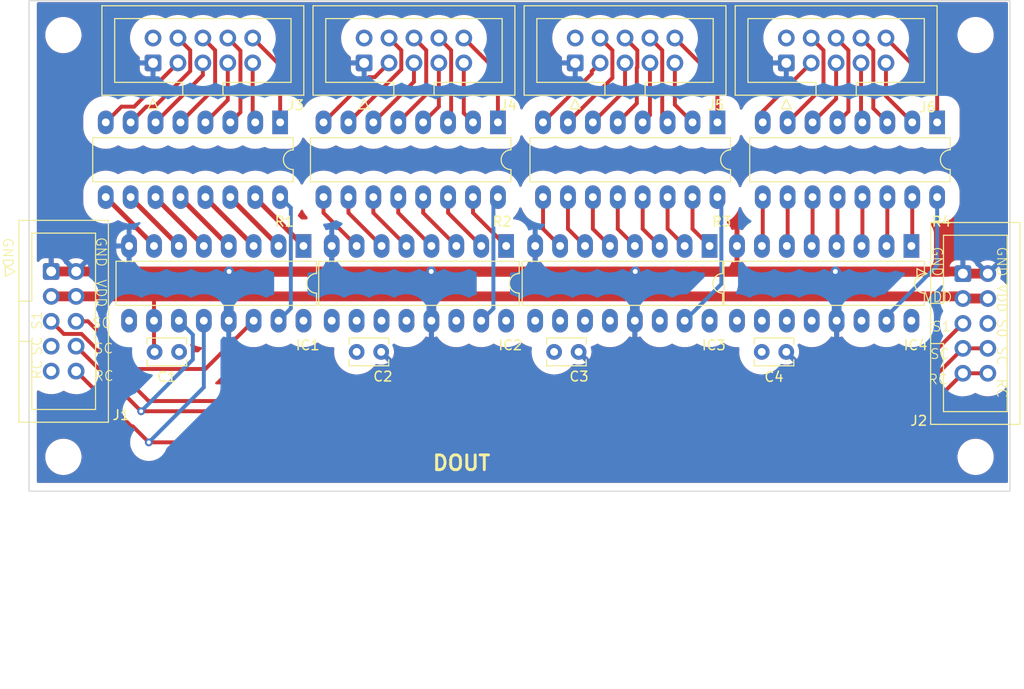
<source format=kicad_pcb>
(kicad_pcb (version 20221018) (generator pcbnew)
  (layers (0 "F.Cu" signal) (31 "B.Cu" signal) (34 "B.Paste" user) (35 "F.Paste" user) (36 "B.SilkS" user "B.Silkscreen") (37 "F.SilkS" user "F.Silkscreen") (38 "B.Mask" user) (39 "F.Mask" user) (44 "Edge.Cuts" user))
  (net 0 "")
  (net 1 "+5V")
  (net 2 "GND")
  (net 3 "Net-(IC4-QH_2)")
  (net 4 "Net-(IC1-QA)")
  (net 5 "Net-(J1-Pad5)")
  (net 6 "/S0")
  (net 8 "/DOUT_SC")
  (net 10 "/DOUT_RC")
  (net 11 "Net-(IC1-QB)")
  (net 13 "Net-(R1-R8.1)")
  (net 14 "Net-(R1-R7.1)")
  (net 15 "Net-(R1-R6.1)")
  (net 16 "Net-(R1-R5.1)")
  (net 17 "Net-(R1-R4.1)")
  (net 18 "Net-(R1-R3.1)")
  (net 19 "Net-(R1-R2.1)")
  (net 20 "Net-(R1-R1.1)")
  (net 22 "Net-(R2-R8.1)")
  (net 23 "Net-(R2-R7.1)")
  (net 24 "Net-(R2-R6.1)")
  (net 25 "Net-(R2-R5.1)")
  (net 26 "Net-(R2-R4.1)")
  (net 27 "Net-(R2-R3.1)")
  (net 28 "Net-(R2-R2.1)")
  (net 29 "Net-(R2-R1.1)")
  (net 31 "Net-(R3-R8.1)")
  (net 32 "Net-(R3-R7.1)")
  (net 33 "Net-(R3-R6.1)")
  (net 34 "Net-(R3-R5.1)")
  (net 35 "Net-(R3-R4.1)")
  (net 36 "Net-(R3-R3.1)")
  (net 37 "Net-(R3-R2.1)")
  (net 38 "Net-(R3-R1.1)")
  (net 40 "Net-(R4-R8.1)")
  (net 41 "Net-(R4-R7.1)")
  (net 42 "Net-(R4-R6.1)")
  (net 43 "Net-(R4-R5.1)")
  (net 44 "Net-(R4-R4.1)")
  (net 45 "Net-(R4-R3.1)")
  (net 46 "Net-(R4-R2.1)")
  (net 47 "Net-(R4-R1.1)")
  (net 48 "Net-(IC1-QC)")
  (net 49 "Net-(IC1-QD)")
  (net 50 "Net-(IC1-QE)")
  (net 51 "Net-(IC1-QF)")
  (net 52 "Net-(IC1-QG)")
  (net 53 "Net-(IC1-QH_1)")
  (net 54 "Net-(IC2-QA)")
  (net 55 "Net-(IC2-QB)")
  (net 56 "Net-(IC2-QC)")
  (net 57 "Net-(IC2-QD)")
  (net 58 "Net-(IC2-QE)")
  (net 59 "Net-(IC2-QF)")
  (net 60 "Net-(IC2-QG)")
  (net 61 "Net-(IC2-QH_1)")
  (net 62 "Net-(IC3-QA)")
  (net 63 "Net-(IC3-QB)")
  (net 64 "Net-(IC3-QC)")
  (net 65 "Net-(IC3-QD)")
  (net 66 "Net-(IC3-QE)")
  (net 67 "Net-(IC3-QF)")
  (net 68 "Net-(IC3-QG)")
  (net 69 "Net-(IC3-QH_1)")
  (net 70 "Net-(IC4-QA)")
  (net 71 "Net-(IC4-QB)")
  (net 72 "Net-(IC4-QC)")
  (net 73 "Net-(IC4-QD)")
  (net 74 "Net-(IC4-QE)")
  (net 75 "Net-(IC4-QF)")
  (net 76 "Net-(IC4-QG)")
  (net 77 "Net-(IC4-QH_1)")
  (net 78 "Net-(IC1-QH_2)")
  (net 79 "Net-(IC2-QH_2)")
  (net 80 "Net-(IC3-QH_2)")
  (footprint "MountingHole:MountingHole_3.2mm_M3" (layer "F.Cu") (at 143.5 86.5)
    (fp_text reference "H3" hide)
    (fp_text value "MountingHole" hide)
    (pad "" np_thru_hole circle (at 0 0) (size 3.2 3.2) (drill 3.2) (layers "*.Cu" "*.Mask"))
  )
  (footprint "Capacitor_THT:C_Disc_D3.8mm_W2.6mm_P2.50mm" (layer "F.Cu") (at 155.3 75.8 180)
    (fp_text reference "C1" (at 1.25 -2.55) (layer "F.SilkS"))
    (fp_text value "100NF")
    (pad "1" thru_hole circle (at 0 0 180) (size 1.6 1.6) (drill 0.8) (layers "*.Cu" "*.Mask") (net 2 "GND"))
    (pad "2" thru_hole circle (at 2.5 0 180) (size 1.6 1.6) (drill 0.8) (layers "*.Cu" "*.Mask") (net 1 "+5V"))
  )
  (footprint "Connector_IDC:IDC-Header_2x05_P2.54mm_Vertical" (layer "F.Cu") (at 174.16 46.34 90)
    (fp_text reference "J4" (at -4.308 14.722 180) (layer "F.SilkS"))
    (fp_text value "sin_in")
    (pad "1" thru_hole roundrect (at 0 0 90) (size 1.7 1.7) (drill 1) (layers "*.Cu" "*.Mask") (roundrect_rratio 0.147059) (net 2 "GND"))
    (pad "2" thru_hole circle (at 2.54 0 90) (size 1.7 1.7) (drill 1) (layers "*.Cu" "*.Mask"))
    (pad "3" thru_hole circle (at 0 2.54 90) (size 1.7 1.7) (drill 1) (layers "*.Cu" "*.Mask") (net 22 "Net-(R2-R8.1)"))
    (pad "4" thru_hole circle (at 2.54 2.54 90) (size 1.7 1.7) (drill 1) (layers "*.Cu" "*.Mask") (net 23 "Net-(R2-R7.1)"))
    (pad "5" thru_hole circle (at 0 5.08 90) (size 1.7 1.7) (drill 1) (layers "*.Cu" "*.Mask") (net 24 "Net-(R2-R6.1)"))
    (pad "6" thru_hole circle (at 2.54 5.08 90) (size 1.7 1.7) (drill 1) (layers "*.Cu" "*.Mask") (net 25 "Net-(R2-R5.1)"))
    (pad "7" thru_hole circle (at 0 7.62 90) (size 1.7 1.7) (drill 1) (layers "*.Cu" "*.Mask") (net 26 "Net-(R2-R4.1)"))
    (pad "8" thru_hole circle (at 2.54 7.62 90) (size 1.7 1.7) (drill 1) (layers "*.Cu" "*.Mask") (net 27 "Net-(R2-R3.1)"))
    (pad "9" thru_hole circle (at 0 10.16 90) (size 1.7 1.7) (drill 1) (layers "*.Cu" "*.Mask") (net 28 "Net-(R2-R2.1)"))
    (pad "10" thru_hole circle (at 2.54 10.16 90) (size 1.7 1.7) (drill 1) (layers "*.Cu" "*.Mask") (net 29 "Net-(R2-R1.1)"))
  )
  (footprint "MountingHole:MountingHole_3.2mm_M3" (layer "F.Cu") (at 236.5 43.5)
    (fp_text reference "H2" hide)
    (fp_text value "MountingHole" hide)
    (pad "" np_thru_hole circle (at 0 0) (size 3.2 3.2) (drill 3.2) (layers "*.Cu" "*.Mask"))
  )
  (footprint "Capacitor_THT:C_Disc_D3.8mm_W2.6mm_P2.50mm" (layer "F.Cu") (at 217.1973 75.8 180)
    (fp_text reference "C4" (at 1.25 -2.55) (layer "F.SilkS"))
    (fp_text value "100NF")
    (pad "1" thru_hole circle (at 0 0 180) (size 1.6 1.6) (drill 0.8) (layers "*.Cu" "*.Mask") (net 2 "GND"))
    (pad "2" thru_hole circle (at 2.5 0 180) (size 1.6 1.6) (drill 0.8) (layers "*.Cu" "*.Mask") (net 1 "+5V"))
  )
  (footprint "ksir 2022:DIP-16_W7.62mm_LongPads" (layer "F.Cu") (at 232.58 52.4 -90)
    (fp_text reference "R4" (at 10.12 -0.43) (layer "F.SilkS"))
    (fp_text value "220 ohm")
    (pad "1" thru_hole rect (at 0 0 270) (size 2.4 1.6) (drill 0.8) (layers "*.Cu" "*.Mask") (net 47 "Net-(R4-R1.1)"))
    (pad "2" thru_hole oval (at 0 2.54 270) (size 2.4 1.6) (drill 0.8) (layers "*.Cu" "*.Mask") (net 46 "Net-(R4-R2.1)"))
    (pad "3" thru_hole oval (at 0 5.08 270) (size 2.4 1.6) (drill 0.8) (layers "*.Cu" "*.Mask") (net 45 "Net-(R4-R3.1)"))
    (pad "4" thru_hole oval (at 0 7.62 270) (size 2.4 1.6) (drill 0.8) (layers "*.Cu" "*.Mask") (net 44 "Net-(R4-R4.1)"))
    (pad "5" thru_hole oval (at 0 10.16 270) (size 2.4 1.6) (drill 0.8) (layers "*.Cu" "*.Mask") (net 43 "Net-(R4-R5.1)"))
    (pad "6" thru_hole oval (at 0 12.7 270) (size 2.4 1.6) (drill 0.8) (layers "*.Cu" "*.Mask") (net 42 "Net-(R4-R6.1)"))
    (pad "7" thru_hole oval (at 0 15.24 270) (size 2.4 1.6) (drill 0.8) (layers "*.Cu" "*.Mask") (net 41 "Net-(R4-R7.1)"))
    (pad "8" thru_hole oval (at 0 17.78 270) (size 2.4 1.6) (drill 0.8) (layers "*.Cu" "*.Mask") (net 40 "Net-(R4-R8.1)"))
    (pad "9" thru_hole oval (at 7.62 17.78 270) (size 2.4 1.6) (drill 0.8) (layers "*.Cu" "*.Mask") (net 77 "Net-(IC4-QH_1)"))
    (pad "10" thru_hole oval (at 7.62 15.24 270) (size 2.4 1.6) (drill 0.8) (layers "*.Cu" "*.Mask") (net 76 "Net-(IC4-QG)"))
    (pad "11" thru_hole oval (at 7.62 12.7 270) (size 2.4 1.6) (drill 0.8) (layers "*.Cu" "*.Mask") (net 75 "Net-(IC4-QF)"))
    (pad "12" thru_hole oval (at 7.62 10.16 270) (size 2.4 1.6) (drill 0.8) (layers "*.Cu" "*.Mask") (net 74 "Net-(IC4-QE)"))
    (pad "13" thru_hole oval (at 7.62 7.62 270) (size 2.4 1.6) (drill 0.8) (layers "*.Cu" "*.Mask") (net 73 "Net-(IC4-QD)"))
    (pad "14" thru_hole oval (at 7.62 5.08 270) (size 2.4 1.6) (drill 0.8) (layers "*.Cu" "*.Mask") (net 72 "Net-(IC4-QC)"))
    (pad "15" thru_hole oval (at 7.62 2.54 270) (size 2.4 1.6) (drill 0.8) (layers "*.Cu" "*.Mask") (net 71 "Net-(IC4-QB)"))
    (pad "16" thru_hole oval (at 7.62 0 270) (size 2.4 1.6) (drill 0.8) (layers "*.Cu" "*.Mask") (net 70 "Net-(IC4-QA)"))
  )
  (footprint "Connector_IDC:IDC-Header_2x05_P2.54mm_Vertical" (layer "F.Cu") (at 152.64 46.34 90)
    (fp_text reference "J3" (at -4.308 14.538 180) (layer "F.SilkS"))
    (fp_text value "sin_in")
    (pad "1" thru_hole roundrect (at 0 0 90) (size 1.7 1.7) (drill 1) (layers "*.Cu" "*.Mask") (roundrect_rratio 0.147059) (net 2 "GND"))
    (pad "2" thru_hole circle (at 2.54 0 90) (size 1.7 1.7) (drill 1) (layers "*.Cu" "*.Mask"))
    (pad "3" thru_hole circle (at 0 2.54 90) (size 1.7 1.7) (drill 1) (layers "*.Cu" "*.Mask") (net 13 "Net-(R1-R8.1)"))
    (pad "4" thru_hole circle (at 2.54 2.54 90) (size 1.7 1.7) (drill 1) (layers "*.Cu" "*.Mask") (net 14 "Net-(R1-R7.1)"))
    (pad "5" thru_hole circle (at 0 5.08 90) (size 1.7 1.7) (drill 1) (layers "*.Cu" "*.Mask") (net 15 "Net-(R1-R6.1)"))
    (pad "6" thru_hole circle (at 2.54 5.08 90) (size 1.7 1.7) (drill 1) (layers "*.Cu" "*.Mask") (net 16 "Net-(R1-R5.1)"))
    (pad "7" thru_hole circle (at 0 7.62 90) (size 1.7 1.7) (drill 1) (layers "*.Cu" "*.Mask") (net 17 "Net-(R1-R4.1)"))
    (pad "8" thru_hole circle (at 2.54 7.62 90) (size 1.7 1.7) (drill 1) (layers "*.Cu" "*.Mask") (net 18 "Net-(R1-R3.1)"))
    (pad "9" thru_hole circle (at 0 10.16 90) (size 1.7 1.7) (drill 1) (layers "*.Cu" "*.Mask") (net 19 "Net-(R1-R2.1)"))
    (pad "10" thru_hole circle (at 2.54 10.16 90) (size 1.7 1.7) (drill 1) (layers "*.Cu" "*.Mask") (net 20 "Net-(R1-R1.1)"))
  )
  (footprint "ksir 2022:DIP-16_74h595" (layer "F.Cu") (at 229.954 65 -90)
    (fp_text reference "IC4" (at 10.12 -0.43) (layer "F.SilkS"))
    (fp_text value "SN74HC595N")
    (pad "1" thru_hole rect (at 0 0 270) (size 2.4 1.6) (drill 0.8) (layers "*.Cu" "*.Mask") (net 71 "Net-(IC4-QB)"))
    (pad "2" thru_hole oval (at 0 2.54 270) (size 2.4 1.6) (drill 0.8) (layers "*.Cu" "*.Mask") (net 72 "Net-(IC4-QC)"))
    (pad "3" thru_hole oval (at 0 5.08 270) (size 2.4 1.6) (drill 0.8) (layers "*.Cu" "*.Mask") (net 73 "Net-(IC4-QD)"))
    (pad "4" thru_hole oval (at 0 7.62 270) (size 2.4 1.6) (drill 0.8) (layers "*.Cu" "*.Mask") (net 74 "Net-(IC4-QE)"))
    (pad "5" thru_hole oval (at 0 10.16 270) (size 2.4 1.6) (drill 0.8) (layers "*.Cu" "*.Mask") (net 75 "Net-(IC4-QF)"))
    (pad "6" thru_hole oval (at 0 12.7 270) (size 2.4 1.6) (drill 0.8) (layers "*.Cu" "*.Mask") (net 76 "Net-(IC4-QG)"))
    (pad "7" thru_hole oval (at 0 15.24 270) (size 2.4 1.6) (drill 0.8) (layers "*.Cu" "*.Mask") (net 77 "Net-(IC4-QH_1)"))
    (pad "8" thru_hole oval (at 0 17.78 270) (size 2.4 1.6) (drill 0.8) (layers "*.Cu" "*.Mask") (net 2 "GND"))
    (pad "9" thru_hole oval (at 7.62 17.78 270) (size 2.4 1.6) (drill 0.8) (layers "*.Cu" "*.Mask") (net 3 "Net-(IC4-QH_2)"))
    (pad "10" thru_hole oval (at 7.62 15.24 270) (size 2.4 1.6) (drill 0.8) (layers "*.Cu" "*.Mask") (net 1 "+5V"))
    (pad "11" thru_hole oval (at 7.62 12.7 270) (size 2.4 1.6) (drill 0.8) (layers "*.Cu" "*.Mask") (net 8 "/DOUT_SC"))
    (pad "12" thru_hole oval (at 7.62 10.16 270) (size 2.4 1.6) (drill 0.8) (layers "*.Cu" "*.Mask") (net 10 "/DOUT_RC"))
    (pad "13" thru_hole oval (at 7.62 7.62 270) (size 2.4 1.6) (drill 0.8) (layers "*.Cu" "*.Mask") (net 2 "GND"))
    (pad "14" thru_hole oval (at 7.62 5.08 270) (size 2.4 1.6) (drill 0.8) (layers "*.Cu" "*.Mask") (net 80 "Net-(IC3-QH_2)"))
    (pad "15" thru_hole oval (at 7.62 2.54 270) (size 2.4 1.6) (drill 0.8) (layers "*.Cu" "*.Mask") (net 70 "Net-(IC4-QA)"))
    (pad "16" thru_hole oval (at 7.62 0 270) (size 2.4 1.6) (drill 0.8) (layers "*.Cu" "*.Mask") (net 1 "+5V"))
  )
  (footprint "ksir 2022:DIP-16_74h595" (layer "F.Cu") (at 167.978 65 -90)
    (fp_text reference "IC1" (at 10.12 -0.43) (layer "F.SilkS"))
    (fp_text value "SN74HC595N")
    (pad "1" thru_hole rect (at 0 0 270) (size 2.4 1.6) (drill 0.8) (layers "*.Cu" "*.Mask") (net 11 "Net-(IC1-QB)"))
    (pad "2" thru_hole oval (at 0 2.54 270) (size 2.4 1.6) (drill 0.8) (layers "*.Cu" "*.Mask") (net 48 "Net-(IC1-QC)"))
    (pad "3" thru_hole oval (at 0 5.08 270) (size 2.4 1.6) (drill 0.8) (layers "*.Cu" "*.Mask") (net 49 "Net-(IC1-QD)"))
    (pad "4" thru_hole oval (at 0 7.62 270) (size 2.4 1.6) (drill 0.8) (layers "*.Cu" "*.Mask") (net 50 "Net-(IC1-QE)"))
    (pad "5" thru_hole oval (at 0 10.16 270) (size 2.4 1.6) (drill 0.8) (layers "*.Cu" "*.Mask") (net 51 "Net-(IC1-QF)"))
    (pad "6" thru_hole oval (at 0 12.7 270) (size 2.4 1.6) (drill 0.8) (layers "*.Cu" "*.Mask") (net 52 "Net-(IC1-QG)"))
    (pad "7" thru_hole oval (at 0 15.24 270) (size 2.4 1.6) (drill 0.8) (layers "*.Cu" "*.Mask") (net 53 "Net-(IC1-QH_1)"))
    (pad "8" thru_hole oval (at 0 17.78 270) (size 2.4 1.6) (drill 0.8) (layers "*.Cu" "*.Mask") (net 2 "GND"))
    (pad "9" thru_hole oval (at 7.62 17.78 270) (size 2.4 1.6) (drill 0.8) (layers "*.Cu" "*.Mask") (net 78 "Net-(IC1-QH_2)"))
    (pad "10" thru_hole oval (at 7.62 15.24 270) (size 2.4 1.6) (drill 0.8) (layers "*.Cu" "*.Mask") (net 1 "+5V"))
    (pad "11" thru_hole oval (at 7.62 12.7 270) (size 2.4 1.6) (drill 0.8) (layers "*.Cu" "*.Mask") (net 8 "/DOUT_SC"))
    (pad "12" thru_hole oval (at 7.62 10.16 270) (size 2.4 1.6) (drill 0.8) (layers "*.Cu" "*.Mask") (net 10 "/DOUT_RC"))
    (pad "13" thru_hole oval (at 7.62 7.62 270) (size 2.4 1.6) (drill 0.8) (layers "*.Cu" "*.Mask") (net 2 "GND"))
    (pad "14" thru_hole oval (at 7.62 5.08 270) (size 2.4 1.6) (drill 0.8) (layers "*.Cu" "*.Mask") (net 6 "/S0"))
    (pad "15" thru_hole oval (at 7.62 2.54 270) (size 2.4 1.6) (drill 0.8) (layers "*.Cu" "*.Mask") (net 4 "Net-(IC1-QA)"))
    (pad "16" thru_hole oval (at 7.62 0 270) (size 2.4 1.6) (drill 0.8) (layers "*.Cu" "*.Mask") (net 1 "+5V"))
  )
  (footprint "Capacitor_THT:C_Disc_D3.8mm_W2.6mm_P2.50mm" (layer "F.Cu") (at 196.0307 75.8 180)
    (fp_text reference "C3" (at -0.0413 -2.508 180) (layer "F.SilkS"))
    (fp_text value "100NF")
    (pad "1" thru_hole circle (at 0 0 180) (size 1.6 1.6) (drill 0.8) (layers "*.Cu" "*.Mask") (net 2 "GND"))
    (pad "2" thru_hole circle (at 2.5 0 180) (size 1.6 1.6) (drill 0.8) (layers "*.Cu" "*.Mask") (net 1 "+5V"))
  )
  (footprint "ksir 2022:DIP-16_W7.62mm_LongPads" (layer "F.Cu") (at 187.8 52.4 -90)
    (fp_text reference "R2" (at 10.12 -0.43) (layer "F.SilkS"))
    (fp_text value "220 ohm")
    (pad "1" thru_hole rect (at 0 0 270) (size 2.4 1.6) (drill 0.8) (layers "*.Cu" "*.Mask") (net 29 "Net-(R2-R1.1)"))
    (pad "2" thru_hole oval (at 0 2.54 270) (size 2.4 1.6) (drill 0.8) (layers "*.Cu" "*.Mask") (net 28 "Net-(R2-R2.1)"))
    (pad "3" thru_hole oval (at 0 5.08 270) (size 2.4 1.6) (drill 0.8) (layers "*.Cu" "*.Mask") (net 27 "Net-(R2-R3.1)"))
    (pad "4" thru_hole oval (at 0 7.62 270) (size 2.4 1.6) (drill 0.8) (layers "*.Cu" "*.Mask") (net 26 "Net-(R2-R4.1)"))
    (pad "5" thru_hole oval (at 0 10.16 270) (size 2.4 1.6) (drill 0.8) (layers "*.Cu" "*.Mask") (net 25 "Net-(R2-R5.1)"))
    (pad "6" thru_hole oval (at 0 12.7 270) (size 2.4 1.6) (drill 0.8) (layers "*.Cu" "*.Mask") (net 24 "Net-(R2-R6.1)"))
    (pad "7" thru_hole oval (at 0 15.24 270) (size 2.4 1.6) (drill 0.8) (layers "*.Cu" "*.Mask") (net 23 "Net-(R2-R7.1)"))
    (pad "8" thru_hole oval (at 0 17.78 270) (size 2.4 1.6) (drill 0.8) (layers "*.Cu" "*.Mask") (net 22 "Net-(R2-R8.1)"))
    (pad "9" thru_hole oval (at 7.62 17.78 270) (size 2.4 1.6) (drill 0.8) (layers "*.Cu" "*.Mask") (net 61 "Net-(IC2-QH_1)"))
    (pad "10" thru_hole oval (at 7.62 15.24 270) (size 2.4 1.6) (drill 0.8) (layers "*.Cu" "*.Mask") (net 60 "Net-(IC2-QG)"))
    (pad "11" thru_hole oval (at 7.62 12.7 270) (size 2.4 1.6) (drill 0.8) (layers "*.Cu" "*.Mask") (net 59 "Net-(IC2-QF)"))
    (pad "12" thru_hole oval (at 7.62 10.16 270) (size 2.4 1.6) (drill 0.8) (layers "*.Cu" "*.Mask") (net 58 "Net-(IC2-QE)"))
    (pad "13" thru_hole oval (at 7.62 7.62 270) (size 2.4 1.6) (drill 0.8) (layers "*.Cu" "*.Mask") (net 57 "Net-(IC2-QD)"))
    (pad "14" thru_hole oval (at 7.62 5.08 270) (size 2.4 1.6) (drill 0.8) (layers "*.Cu" "*.Mask") (net 56 "Net-(IC2-QC)"))
    (pad "15" thru_hole oval (at 7.62 2.54 270) (size 2.4 1.6) (drill 0.8) (layers "*.Cu" "*.Mask") (net 55 "Net-(IC2-QB)"))
    (pad "16" thru_hole oval (at 7.62 0 270) (size 2.4 1.6) (drill 0.8) (layers "*.Cu" "*.Mask") (net 54 "Net-(IC2-QA)"))
  )
  (footprint "ksir 2022:DIP-16_W7.62mm_LongPads" (layer "F.Cu") (at 210.18 52.4 -90)
    (fp_text reference "R3" (at 10.12 -0.43) (layer "F.SilkS"))
    (fp_text value "220 ohm")
    (pad "1" thru_hole rect (at 0 0 270) (size 2.4 1.6) (drill 0.8) (layers "*.Cu" "*.Mask") (net 38 "Net-(R3-R1.1)"))
    (pad "2" thru_hole oval (at 0 2.54 270) (size 2.4 1.6) (drill 0.8) (layers "*.Cu" "*.Mask") (net 37 "Net-(R3-R2.1)"))
    (pad "3" thru_hole oval (at 0 5.08 270) (size 2.4 1.6) (drill 0.8) (layers "*.Cu" "*.Mask") (net 36 "Net-(R3-R3.1)"))
    (pad "4" thru_hole oval (at 0 7.62 270) (size 2.4 1.6) (drill 0.8) (layers "*.Cu" "*.Mask") (net 35 "Net-(R3-R4.1)"))
    (pad "5" thru_hole oval (at 0 10.16 270) (size 2.4 1.6) (drill 0.8) (layers "*.Cu" "*.Mask") (net 34 "Net-(R3-R5.1)"))
    (pad "6" thru_hole oval (at 0 12.7 270) (size 2.4 1.6) (drill 0.8) (layers "*.Cu" "*.Mask") (net 33 "Net-(R3-R6.1)"))
    (pad "7" thru_hole oval (at 0 15.24 270) (size 2.4 1.6) (drill 0.8) (layers "*.Cu" "*.Mask") (net 32 "Net-(R3-R7.1)"))
    (pad "8" thru_hole oval (at 0 17.78 270) (size 2.4 1.6) (drill 0.8) (layers "*.Cu" "*.Mask") (net 31 "Net-(R3-R8.1)"))
    (pad "9" thru_hole oval (at 7.62 17.78 270) (size 2.4 1.6) (drill 0.8) (layers "*.Cu" "*.Mask") (net 69 "Net-(IC3-QH_1)"))
    (pad "10" thru_hole oval (at 7.62 15.24 270) (size 2.4 1.6) (drill 0.8) (layers "*.Cu" "*.Mask") (net 68 "Net-(IC3-QG)"))
    (pad "11" thru_hole oval (at 7.62 12.7 270) (size 2.4 1.6) (drill 0.8) (layers "*.Cu" "*.Mask") (net 67 "Net-(IC3-QF)"))
    (pad "12" thru_hole oval (at 7.62 10.16 270) (size 2.4 1.6) (drill 0.8) (layers "*.Cu" "*.Mask") (net 66 "Net-(IC3-QE)"))
    (pad "13" thru_hole oval (at 7.62 7.62 270) (size 2.4 1.6) (drill 0.8) (layers "*.Cu" "*.Mask") (net 65 "Net-(IC3-QD)"))
    (pad "14" thru_hole oval (at 7.62 5.08 270) (size 2.4 1.6) (drill 0.8) (layers "*.Cu" "*.Mask") (net 64 "Net-(IC3-QC)"))
    (pad "15" thru_hole oval (at 7.62 2.54 270) (size 2.4 1.6) (drill 0.8) (layers "*.Cu" "*.Mask") (net 63 "Net-(IC3-QB)"))
    (pad "16" thru_hole oval (at 7.62 0 270) (size 2.4 1.6) (drill 0.8) (layers "*.Cu" "*.Mask") (net 62 "Net-(IC3-QA)"))
  )
  (footprint "Connector_IDC:IDC-Header_2x05_P2.54mm_Vertical" (layer "F.Cu") (at 195.68 46.34 90)
    (fp_text reference "J5" (at -4.308 14.352 180) (layer "F.SilkS"))
    (fp_text value "sin_in")
    (pad "1" thru_hole roundrect (at 0 0 90) (size 1.7 1.7) (drill 1) (layers "*.Cu" "*.Mask") (roundrect_rratio 0.147059) (net 2 "GND"))
    (pad "2" thru_hole circle (at 2.54 0 90) (size 1.7 1.7) (drill 1) (layers "*.Cu" "*.Mask"))
    (pad "3" thru_hole circle (at 0 2.54 90) (size 1.7 1.7) (drill 1) (layers "*.Cu" "*.Mask") (net 31 "Net-(R3-R8.1)"))
    (pad "4" thru_hole circle (at 2.54 2.54 90) (size 1.7 1.7) (drill 1) (layers "*.Cu" "*.Mask") (net 32 "Net-(R3-R7.1)"))
    (pad "5" thru_hole circle (at 0 5.08 90) (size 1.7 1.7) (drill 1) (layers "*.Cu" "*.Mask") (net 33 "Net-(R3-R6.1)"))
    (pad "6" thru_hole circle (at 2.54 5.08 90) (size 1.7 1.7) (drill 1) (layers "*.Cu" "*.Mask") (net 34 "Net-(R3-R5.1)"))
    (pad "7" thru_hole circle (at 0 7.62 90) (size 1.7 1.7) (drill 1) (layers "*.Cu" "*.Mask") (net 35 "Net-(R3-R4.1)"))
    (pad "8" thru_hole circle (at 2.54 7.62 90) (size 1.7 1.7) (drill 1) (layers "*.Cu" "*.Mask") (net 36 "Net-(R3-R3.1)"))
    (pad "9" thru_hole circle (at 0 10.16 90) (size 1.7 1.7) (drill 1) (layers "*.Cu" "*.Mask") (net 37 "Net-(R3-R2.1)"))
    (pad "10" thru_hole circle (at 2.54 10.16 90) (size 1.7 1.7) (drill 1) (layers "*.Cu" "*.Mask") (net 38 "Net-(R3-R1.1)"))
  )
  (footprint "MountingHole:MountingHole_3.2mm_M3" (layer "F.Cu") (at 143.5 43.5)
    (fp_text reference "H1" hide)
    (fp_text value "MountingHole" hide)
    (pad "" np_thru_hole circle (at 0 0) (size 3.2 3.2) (drill 3.2) (layers "*.Cu" "*.Mask"))
  )
  (footprint "lib 2022 ksir:IDC-Header_2x05_P2.54mm_Vertical_ksr_TO_J8_J9" (layer "F.Cu") (at 235.204 67.818)
    (fp_text reference "J2" (at -4.5 15) (layer "F.SilkS"))
    (fp_text value "sin_in")
    (fp_text user "GND" (at 3.396 -2.818 -90 unlocked) (layer "F.SilkS") (effects (font (thickness 0.1)) (justify left bottom)))
    (fp_text user "SC" (at 3.396 7.33 -90 unlocked) (layer "F.SilkS") (effects (font (thickness 0.1)) (justify left bottom)))
    (fp_text user "VDD" (at 3.396 1.03 -90 unlocked) (layer "F.SilkS") (effects (font (thickness 0.1)) (justify left bottom)))
    (fp_text user "S1" (at -3.204 5.982 unlocked) (layer "F.SilkS") (effects (font (thickness 0.1)) (justify left bottom)))
    (fp_text user "GND" (at -3.204 -2.818 -90 unlocked) (layer "F.SilkS") (effects (font (thickness 0.1)) (justify left bottom)))
    (fp_text user "S0" (at 3.396 4.548 -90 unlocked) (layer "F.SilkS") (effects (font (thickness 0.1)) (justify left bottom)))
    (fp_text user "VDD" (at -4.004 2.982 unlocked) (layer "F.SilkS") (effects (font (thickness 0.1)) (justify left bottom)))
    (fp_text user "SC" (at -3.404 8.782 unlocked) (layer "F.SilkS") (effects (font (thickness 0.1)) (justify left bottom)))
    (fp_text user "RC" (at -3.604 11.382 unlocked) (layer "F.SilkS") (effects (font (thickness 0.1)) (justify left bottom)))
    (fp_text user "RC" (at 3.396 10.63 -90 unlocked) (layer "F.SilkS") (effects (font (thickness 0.1)) (justify left bottom)))
    (pad "1" thru_hole roundrect (at 0 0) (size 1.7 1.7) (drill 1) (layers "*.Cu" "*.Mask") (roundrect_rratio 0.1470588235) (net 2 "GND"))
    (pad "2" thru_hole circle (at 2.54 0) (size 1.7 1.7) (drill 1) (layers "*.Cu" "*.Mask") (net 2 "GND"))
    (pad "3" thru_hole circle (at 0 2.54) (size 1.7 1.7) (drill 1) (layers "*.Cu" "*.Mask") (net 1 "+5V"))
    (pad "4" thru_hole circle (at 2.54 2.54) (size 1.7 1.7) (drill 1) (layers "*.Cu" "*.Mask") (net 1 "+5V"))
    (pad "5" thru_hole circle (at 0 5.08) (size 1.7 1.7) (drill 1) (layers "*.Cu" "*.Mask") (net 5 "Net-(J1-Pad5)"))
    (pad "6" thru_hole circle (at 2.54 5.08) (size 1.7 1.7) (drill 1) (layers "*.Cu" "*.Mask") (net 3 "Net-(IC4-QH_2)"))
    (pad "7" thru_hole circle (at 0 7.62) (size 1.7 1.7) (drill 1) (layers "*.Cu" "*.Mask") (net 8 "/DOUT_SC"))
    (pad "8" thru_hole circle (at 2.54 7.62) (size 1.7 1.7) (drill 1) (layers "*.Cu" "*.Mask") (net 8 "/DOUT_SC"))
    (pad "9" thru_hole circle (at 0 10.16) (size 1.7 1.7) (drill 1) (layers "*.Cu" "*.Mask") (net 10 "/DOUT_RC"))
    (pad "10" thru_hole circle (at 2.54 10.16) (size 1.7 1.7) (drill 1) (layers "*.Cu" "*.Mask") (net 10 "/DOUT_RC"))
  )
  (footprint "ksir 2022:DIP-16_74h595" (layer "F.Cu") (at 209.38 65 -90)
    (fp_text reference "IC3" (at 10.12 -0.43) (layer "F.SilkS"))
    (fp_text value "SN74HC595N")
    (pad "1" thru_hole rect (at 0 0 270) (size 2.4 1.6) (drill 0.8) (layers "*.Cu" "*.Mask") (net 63 "Net-(IC3-QB)"))
    (pad "2" thru_hole oval (at 0 2.54 270) (size 2.4 1.6) (drill 0.8) (layers "*.Cu" "*.Mask") (net 64 "Net-(IC3-QC)"))
    (pad "3" thru_hole oval (at 0 5.08 270) (size 2.4 1.6) (drill 0.8) (layers "*.Cu" "*.Mask") (net 65 "Net-(IC3-QD)"))
    (pad "4" thru_hole oval (at 0 7.62 270) (size 2.4 1.6) (drill 0.8) (layers "*.Cu" "*.Mask") (net 66 "Net-(IC3-QE)"))
    (pad "5" thru_hole oval (at 0 10.16 270) (size 2.4 1.6) (drill 0.8) (layers "*.Cu" "*.Mask") (net 67 "Net-(IC3-QF)"))
    (pad "6" thru_hole oval (at 0 12.7 270) (size 2.4 1.6) (drill 0.8) (layers "*.Cu" "*.Mask") (net 68 "Net-(IC3-QG)"))
    (pad "7" thru_hole oval (at 0 15.24 270) (size 2.4 1.6) (drill 0.8) (layers "*.Cu" "*.Mask") (net 69 "Net-(IC3-QH_1)"))
    (pad "8" thru_hole oval (at 0 17.78 270) (size 2.4 1.6) (drill 0.8) (layers "*.Cu" "*.Mask") (net 2 "GND"))
    (pad "9" thru_hole oval (at 7.62 17.78 270) (size 2.4 1.6) (drill 0.8) (layers "*.Cu" "*.Mask") (net 80 "Net-(IC3-QH_2)"))
    (pad "10" thru_hole oval (at 7.62 15.24 270) (size 2.4 1.6) (drill 0.8) (layers "*.Cu" "*.Mask") (net 1 "+5V"))
    (pad "11" thru_hole oval (at 7.62 12.7 270) (size 2.4 1.6) (drill 0.8) (layers "*.Cu" "*.Mask") (net 8 "/DOUT_SC"))
    (pad "12" thru_hole oval (at 7.62 10.16 270) (size 2.4 1.6) (drill 0.8) (layers "*.Cu" "*.Mask") (net 10 "/DOUT_RC"))
    (pad "13" thru_hole oval (at 7.62 7.62 270) (size 2.4 1.6) (drill 0.8) (layers "*.Cu" "*.Mask") (net 2 "GND"))
    (pad "14" thru_hole oval (at 7.62 5.08 270) (size 2.4 1.6) (drill 0.8) (layers "*.Cu" "*.Mask") (net 79 "Net-(IC2-QH_2)"))
    (pad "15" thru_hole oval (at 7.62 2.54 270) (size 2.4 1.6) (drill 0.8) (layers "*.Cu" "*.Mask") (net 62 "Net-(IC3-QA)"))
    (pad "16" thru_hole oval (at 7.62 0 270) (size 2.4 1.6) (drill 0.8) (layers "*.Cu" "*.Mask") (net 1 "+5V"))
  )
  (footprint "MountingHole:MountingHole_3.2mm_M3" (layer "F.Cu") (at 236.5 86.5)
    (fp_text reference "H4" hide)
    (fp_text value "MountingHole" hide)
    (pad "" np_thru_hole circle (at 0 0) (size 3.2 3.2) (drill 3.2) (layers "*.Cu" "*.Mask"))
  )
  (footprint "Capacitor_THT:C_Disc_D3.8mm_W2.6mm_P2.50mm" (layer "F.Cu") (at 175.9 75.8 180)
    (fp_text reference "C2" (at -0.172 -2.508 180) (layer "F.SilkS"))
    (fp_text value "100NF")
    (pad "1" thru_hole circle (at 0 0 180) (size 1.6 1.6) (drill 0.8) (layers "*.Cu" "*.Mask") (net 2 "GND"))
    (pad "2" thru_hole circle (at 2.5 0 180) (size 1.6 1.6) (drill 0.8) (layers "*.Cu" "*.Mask") (net 1 "+5V"))
  )
  (footprint "lib 2022 ksir:IDC-Header_2x05_P2.54mm_Vertical_ksr_TO_J8_J9" (layer "F.Cu") (at 142.26 67.6)
    (fp_text reference "J1" (at 7.106 14.636) (layer "F.SilkS"))
    (fp_text value "sin_in")
    (fp_text user "GND" (at -5 -3.5 -90 unlocked) (layer "F.SilkS") (effects (font (thickness 0.1)) (justify left bottom)))
    (fp_text user "RC" (at 4.306 11.236 unlocked) (layer "F.SilkS") (effects (font (thickness 0.1)) (justify left bottom)))
    (fp_text user "S1" (at -0.86 6 90 unlocked) (layer "F.SilkS") (effects (font (thickness 0.1)) (justify left bottom)))
    (fp_text user "VDD" (at 4.506 0.724 -90 unlocked) (layer "F.SilkS") (effects (font (thickness 0.1)) (justify left bottom)))
    (fp_text user "SC" (at -0.86 8.636 90 unlocked) (layer "F.SilkS") (effects (font (thickness 0.1)) (justify left bottom)))
    (fp_text user "S0" (at 4.106 5.836 unlocked) (layer "F.SilkS") (effects (font (thickness 0.1)) (justify left bottom)))
    (fp_text user "GND" (at 4.506 -3.576 -90 unlocked) (layer "F.SilkS") (effects (font (thickness 0.1)) (justify left bottom)))
    (fp_text user "RC" (at -0.86 11.074 90 unlocked) (layer "F.SilkS") (effects (font (thickness 0.1)) (justify left bottom)))
    (fp_text user "SC" (at 4.306 8.436 unlocked) (layer "F.SilkS") (effects (font (thickness 0.1)) (justify left bottom)))
    (pad "1" thru_hole roundrect (at 0 0) (size 1.7 1.7) (drill 1) (layers "*.Cu" "*.Mask") (roundrect_rratio 0.1470588235) (net 2 "GND"))
    (pad "2" thru_hole circle (at 2.54 0) (size 1.7 1.7) (drill 1) (layers "*.Cu" "*.Mask") (net 2 "GND"))
    (pad "3" thru_hole circle (at 0 2.54) (size 1.7 1.7) (drill 1) (layers "*.Cu" "*.Mask") (net 1 "+5V"))
    (pad "4" thru_hole circle (at 2.54 2.54) (size 1.7 1.7) (drill 1) (layers "*.Cu" "*.Mask") (net 1 "+5V"))
    (pad "5" thru_hole circle (at 0 5.08) (size 1.7 1.7) (drill 1) (layers "*.Cu" "*.Mask") (net 5 "Net-(J1-Pad5)"))
    (pad "6" thru_hole circle (at 2.54 5.08) (size 1.7 1.7) (drill 1) (layers "*.Cu" "*.Mask") (net 6 "/S0"))
    (pad "7" thru_hole circle (at 0 7.62) (size 1.7 1.7) (drill 1) (layers "*.Cu" "*.Mask"))
    (pad "8" thru_hole circle (at 2.54 7.62) (size 1.7 1.7) (drill 1) (layers "*.Cu" "*.Mask") (net 8 "/DOUT_SC"))
    (pad "9" thru_hole circle (at 0 10.16) (size 1.7 1.7) (drill 1) (layers "*.Cu" "*.Mask"))
    (pad "10" thru_hole circle (at 2.54 10.16) (size 1.7 1.7) (drill 1) (layers "*.Cu" "*.Mask") (net 10 "/DOUT_RC"))
  )
  (footprint "ksir 2022:DIP-16_74h595" (layer "F.Cu") (at 188.639 65 -90)
    (fp_text reference "IC2" (at 10.12 -0.43) (layer "F.SilkS"))
    (fp_text value "SN74HC595N")
    (pad "1" thru_hole rect (at 0 0 270) (size 2.4 1.6) (drill 0.8) (layers "*.Cu" "*.Mask") (net 55 "Net-(IC2-QB)"))
    (pad "2" thru_hole oval (at 0 2.54 270) (size 2.4 1.6) (drill 0.8) (layers "*.Cu" "*.Mask") (net 56 "Net-(IC2-QC)"))
    (pad "3" thru_hole oval (at 0 5.08 270) (size 2.4 1.6) (drill 0.8) (layers "*.Cu" "*.Mask") (net 57 "Net-(IC2-QD)"))
    (pad "4" thru_hole oval (at 0 7.62 270) (size 2.4 1.6) (drill 0.8) (layers "*.Cu" "*.Mask") (net 58 "Net-(IC2-QE)"))
    (pad "5" thru_hole oval (at 0 10.16 270) (size 2.4 1.6) (drill 0.8) (layers "*.Cu" "*.Mask") (net 59 "Net-(IC2-QF)"))
    (pad "6" thru_hole oval (at 0 12.7 270) (size 2.4 1.6) (drill 0.8) (layers "*.Cu" "*.Mask") (net 60 "Net-(IC2-QG)"))
    (pad "7" thru_hole oval (at 0 15.24 270) (size 2.4 1.6) (drill 0.8) (layers "*.Cu" "*.Mask") (net 61 "Net-(IC2-QH_1)"))
    (pad "8" thru_hole oval (at 0 17.78 270) (size 2.4 1.6) (drill 0.8) (layers "*.Cu" "*.Mask") (net 2 "GND"))
    (pad "9" thru_hole oval (at 7.62 17.78 270) (size 2.4 1.6) (drill 0.8) (layers "*.Cu" "*.Mask") (net 79 "Net-(IC2-QH_2)"))
    (pad "10" thru_hole oval (at 7.62 15.24 270) (size 2.4 1.6) (drill 0.8) (layers "*.Cu" "*.Mask") (net 1 "+5V"))
    (pad "11" thru_hole oval (at 7.62 12.7 270) (size 2.4 1.6) (drill 0.8) (layers "*.Cu" "*.Mask") (net 8 "/DOUT_SC"))
    (pad "12" thru_hole oval (at 7.62 10.16 270) (size 2.4 1.6) (drill 0.8) (layers "*.Cu" "*.Mask") (net 10 "/DOUT_RC"))
    (pad "13" thru_hole oval (at 7.62 7.62 270) (size 2.4 1.6) (drill 0.8) (layers "*.Cu" "*.Mask") (net 2 "GND"))
    (pad "14" thru_hole oval (at 7.62 5.08 270) (size 2.4 1.6) (drill 0.8) (layers "*.Cu" "*.Mask") (net 78 "Net-(IC1-QH_2)"))
    (pad "15" thru_hole oval (at 7.62 2.54 270) (size 2.4 1.6) (drill 0.8) (layers "*.Cu" "*.Mask") (net 54 "Net-(IC2-QA)"))
    (pad "16" thru_hole oval (at 7.62 0 270) (size 2.4 1.6) (drill 0.8) (layers "*.Cu" "*.Mask") (net 1 "+5V"))
  )
  (footprint "ksir 2022:DIP-16_R220_network" (layer "F.Cu") (at 165.6 52.4 -90)
    (fp_text reference "R1" (at 10.12 -0.43) (layer "F.SilkS"))
    (fp_text value "220 ohm")
    (pad "1" thru_hole rect (at 0 0 270) (size 2.4 1.6) (drill 0.8) (layers "*.Cu" "*.Mask") (net 20 "Net-(R1-R1.1)"))
    (pad "2" thru_hole oval (at 0 2.54 270) (size 2.4 1.6) (drill 0.8) (layers "*.Cu" "*.Mask") (net 19 "Net-(R1-R2.1)"))
    (pad "3" thru_hole oval (at 0 5.08 270) (size 2.4 1.6) (drill 0.8) (layers "*.Cu" "*.Mask") (net 18 "Net-(R1-R3.1)"))
    (pad "4" thru_hole oval (at 0 7.62 270) (size 2.4 1.6) (drill 0.8) (layers "*.Cu" "*.Mask") (net 17 "Net-(R1-R4.1)"))
    (pad "5" thru_hole oval (at 0 10.16 270) (size 2.4 1.6) (drill 0.8) (layers "*.Cu" "*.Mask") (net 16 "Net-(R1-R5.1)"))
    (pad "6" thru_hole oval (at 0 12.7 270) (size 2.4 1.6) (drill 0.8) (layers "*.Cu" "*.Mask") (net 15 "Net-(R1-R6.1)"))
    (pad "7" thru_hole oval (at 0 15.24 270) (size 2.4 1.6) (drill 0.8) (layers "*.Cu" "*.Mask") (net 14 "Net-(R1-R7.1)"))
    (pad "8" thru_hole oval (at 0 17.78 270) (size 2.4 1.6) (drill 0.8) (layers "*.Cu" "*.Mask") (net 13 "Net-(R1-R8.1)"))
    (pad "9" thru_hole oval (at 7.62 17.78 270) (size 2.4 1.6) (drill 0.8) (layers "*.Cu" "*.Mask") (net 53 "Net-(IC1-QH_1)"))
    (pad "10" thru_hole oval (at 7.62 15.24 270) (size 2.4 1.6) (drill 0.8) (layers "*.Cu" "*.Mask") (net 52 "Net-(IC1-QG)"))
    (pad "11" thru_hole oval (at 7.62 12.7 270) (size 2.4 1.6) (drill 0.8) (layers "*.Cu" "*.Mask") (net 51 "Net-(IC1-QF)"))
    (pad "12" thru_hole oval (at 7.62 10.16 270) (size 2.4 1.6) (drill 0.8) (layers "*.Cu" "*.Mask") (net 50 "Net-(IC1-QE)"))
    (pad "13" thru_hole oval (at 7.62 7.62 270) (size 2.4 1.6) (drill 0.8) (layers "*.Cu" "*.Mask") (net 49 "Net-(IC1-QD)"))
    (pad "14" thru_hole oval (at 7.62 5.08 270) (size 2.4 1.6) (drill 0.8) (layers "*.Cu" "*.Mask") (net 48 "Net-(IC1-QC)"))
    (pad "15" thru_hole oval (at 7.62 2.54 270) (size 2.4 1.6) (drill 0.8) (layers "*.Cu" "*.Mask") (net 11 "Net-(IC1-QB)"))
    (pad "16" thru_hole oval (at 7.62 0 270) (size 2.4 1.6) (drill 0.8) (layers "*.Cu" "*.Mask") (net 4 "Net-(IC1-QA)"))
  )
  (footprint "Connector_IDC:IDC-Header_2x05_P2.54mm_Vertical" (layer "F.Cu") (at 217.2 46.34 90)
    (fp_text reference "J6" (at -4.522 14.402 180) (layer "F.SilkS"))
    (fp_text value "sin_in")
    (pad "1" thru_hole roundrect (at 0 0 90) (size 1.7 1.7) (drill 1) (layers "*.Cu" "*.Mask") (roundrect_rratio 0.147059) (net 2 "GND"))
    (pad "2" thru_hole circle (at 2.54 0 90) (size 1.7 1.7) (drill 1) (layers "*.Cu" "*.Mask"))
    (pad "3" thru_hole circle (at 0 2.54 90) (size 1.7 1.7) (drill 1) (layers "*.Cu" "*.Mask") (net 40 "Net-(R4-R8.1)"))
    (pad "4" thru_hole circle (at 2.54 2.54 90) (size 1.7 1.7) (drill 1) (layers "*.Cu" "*.Mask") (net 41 "Net-(R4-R7.1)"))
    (pad "5" thru_hole circle (at 0 5.08 90) (size 1.7 1.7) (drill 1) (layers "*.Cu" "*.Mask") (net 42 "Net-(R4-R6.1)"))
    (pad "6" thru_hole circle (at 2.54 5.08 90) (size 1.7 1.7) (drill 1) (layers "*.Cu" "*.Mask") (net 43 "Net-(R4-R5.1)"))
    (pad "7" thru_hole circle (at 0 7.62 90) (size 1.7 1.7) (drill 1) (layers "*.Cu" "*.Mask") (net 44 "Net-(R4-R4.1)"))
    (pad "8" thru_hole circle (at 2.54 7.62 90) (size 1.7 1.7) (drill 1) (layers "*.Cu" "*.Mask") (net 45 "Net-(R4-R3.1)"))
    (pad "9" thru_hole circle (at 0 10.16 90) (size 1.7 1.7) (drill 1) (layers "*.Cu" "*.Mask") (net 46 "Net-(R4-R2.1)"))
    (pad "10" thru_hole circle (at 2.54 10.16 90) (size 1.7 1.7) (drill 1) (layers "*.Cu" "*.Mask") (net 47 "Net-(R4-R1.1)"))
  )
  (gr_poly (pts (xy 240 90) (xy 140 90) (xy 140 40) (xy 240 40)) (stroke (width 0.1)) (fill none) (layer "Edge.Cuts"))
  (gr_text "DOUT" (at 181 88) (layer "F.SilkS") (effects (font (size 1.5 1.5) (thickness 0.3) bold) (justify left bottom)))
  (segment (start 152.8 70.14) (end 234.986 70.14) (width 1) (layer "F.Cu") (net 1))
  (segment (start 152.738 75.738) (end 152.8 75.8) (width 0.4) (layer "F.Cu") (net 1))
  (segment (start 152.738 72.62) (end 152.738 70.202) (width 0.4) (layer "F.Cu") (net 1))
  (segment (start 234.986 70.14) (end 235.204 70.358) (width 1) (layer "F.Cu") (net 1))
  (segment (start 152.738 70.202) (end 152.8 70.14) (width 0.4) (layer "F.Cu") (net 1))
  (segment (start 144.8 70.14) (end 152.8 70.14) (width 1) (layer "F.Cu") (net 1))
  (segment (start 152.738 72.62) (end 152.738 75.738) (width 0.4) (layer "F.Cu") (net 1))
  (segment (start 144.8 70.14) (end 142.26 70.14) (width 1) (layer "F.Cu") (net 1))
  (segment (start 235.204 70.358) (end 237.744 70.358) (width 1) (layer "F.Cu") (net 1))
  (segment (start 237.744 67.818) (end 235.204 67.818) (width 1) (layer "F.Cu") (net 2))
  (segment (start 234.986 67.6) (end 235.204 67.818) (width 1) (layer "F.Cu") (net 2))
  (segment (start 144.8 67.6) (end 160.4 67.6) (width 1) (layer "F.Cu") (net 2))
  (segment (start 201.8 67.6) (end 234.986 67.6) (width 1) (layer "F.Cu") (net 2))
  (segment (start 144.8 67.6) (end 142.26 67.6) (width 1) (layer "F.Cu") (net 2))
  (segment (start 160.4 67.6) (end 201.8 67.6) (width 1) (layer "F.Cu") (net 2))
  (via (at 160.4 67.6) (size 1) (drill 0.5) (layers "F.Cu" "B.Cu") (net 2))
  (via (at 181 67.6) (size 1) (drill 0.5) (layers "F.Cu" "B.Cu") (net 2))
  (via (at 201.8 67.6) (size 1) (drill 0.5) (layers "F.Cu" "B.Cu") (net 2))
  (via (at 222.2 67.6) (size 1) (drill 0.5) (layers "F.Cu" "B.Cu") (net 2))
  (segment (start 222.334 67.734) (end 222.2 67.6) (width 1) (layer "B.Cu") (net 2))
  (segment (start 222.334 72.62) (end 222.334 67.734) (width 1) (layer "B.Cu") (net 2))
  (segment (start 201.76 67.64) (end 201.8 67.6) (width 1) (layer "B.Cu") (net 2))
  (segment (start 201.76 72.62) (end 201.76 67.64) (width 1) (layer "B.Cu") (net 2))
  (segment (start 181.019 72.62) (end 181.019 67.619) (width 1) (layer "B.Cu") (net 2))
  (segment (start 181.019 67.619) (end 181 67.6) (width 1) (layer "B.Cu") (net 2))
  (segment (start 160.358 67.642) (end 160.4 67.6) (width 1) (layer "B.Cu") (net 2))
  (segment (start 160.358 72.62) (end 160.358 67.642) (width 1) (layer "B.Cu") (net 2))
  (segment (start 165.6 60.02) (end 166.69 61.11) (width 0.4) (layer "B.Cu") (net 4))
  (segment (start 166.69 71.368) (end 165.438 72.62) (width 0.4) (layer "B.Cu") (net 4))
  (segment (start 166.69 61.11) (end 166.69 71.368) (width 0.4) (layer "B.Cu") (net 4))
  (segment (start 227.292 80.81) (end 235.204 72.898) (width 0.4) (layer "F.Cu") (net 5))
  (segment (start 145.35 73.97) (end 152.19 80.81) (width 0.4) (layer "F.Cu") (net 5))
  (segment (start 142.26 72.68) (end 143.55 73.97) (width 0.4) (layer "F.Cu") (net 5))
  (segment (start 152.19 80.81) (end 227.292 80.81) (width 0.4) (layer "F.Cu") (net 5))
  (segment (start 143.55 73.97) (end 145.35 73.97) (width 0.4) (layer "F.Cu") (net 5))
  (segment (start 146.002081 72.68) (end 150.864081 77.542) (width 0.4) (layer "F.Cu") (net 6))
  (segment (start 144.8 72.68) (end 146.002081 72.68) (width 0.4) (layer "F.Cu") (net 6))
  (segment (start 157.976 77.542) (end 162.898 72.62) (width 0.4) (layer "F.Cu") (net 6))
  (segment (start 150.864081 77.542) (end 157.976 77.542) (width 0.4) (layer "F.Cu") (net 6))
  (segment (start 228.792 81.85) (end 151.43 81.85) (width 0.4) (layer "F.Cu") (net 8))
  (segment (start 237.744 75.438) (end 235.204 75.438) (width 0.4) (layer "F.Cu") (net 8))
  (segment (start 151.43 81.85) (end 144.8 75.22) (width 0.4) (layer "F.Cu") (net 8))
  (segment (start 235.204 75.438) (end 228.792 81.85) (width 0.4) (layer "F.Cu") (net 8))
  (via (at 151.43 81.85) (size 0.8) (drill 0.4) (layers "F.Cu" "B.Cu") (net 8))
  (segment (start 156.7 76.58) (end 151.43 81.85) (width 0.4) (layer "B.Cu") (net 8))
  (segment (start 155.278 72.62) (end 156.7 74.042) (width 0.4) (layer "B.Cu") (net 8))
  (segment (start 156.7 74.042) (end 156.7 76.58) (width 0.4) (layer "B.Cu") (net 8))
  (segment (start 228.162 85.02) (end 235.204 77.978) (width 0.4) (layer "F.Cu") (net 10))
  (segment (start 152.21 85.02) (end 228.162 85.02) (width 0.4) (layer "F.Cu") (net 10))
  (segment (start 144.8 77.76) (end 150.43 83.39) (width 0.4) (layer "F.Cu") (net 10))
  (segment (start 150.43 83.39) (end 150.58 83.39) (width 0.4) (layer "F.Cu") (net 10))
  (segment (start 150.58 83.39) (end 152.21 85.02) (width 0.4) (layer "F.Cu") (net 10))
  (segment (start 235.204 77.978) (end 237.744 77.978) (width 0.4) (layer "F.Cu") (net 10))
  (via (at 152.21 85.02) (size 0.8) (drill 0.4) (layers "F.Cu" "B.Cu") (net 10))
  (segment (start 157.818 72.62) (end 157.818 79.412) (width 0.4) (layer "B.Cu") (net 10))
  (segment (start 157.818 79.412) (end 152.21 85.02) (width 0.4) (layer "B.Cu") (net 10))
  (segment (start 163.06 60.02) (end 163.06 60.082) (width 0.5) (layer "F.Cu") (net 11))
  (segment (start 163.06 60.082) (end 167.978 65) (width 0.5) (layer "F.Cu") (net 11))
  (segment (start 150.72 50.8) (end 149.42 50.8) (width 0.4) (layer "F.Cu") (net 13))
  (segment (start 155.18 46.34) (end 150.72 50.8) (width 0.4) (layer "F.Cu") (net 13))
  (segment (start 149.42 50.8) (end 147.82 52.4) (width 0.4) (layer "F.Cu") (net 13))
  (segment (start 155.18 43.8) (end 156.43 45.05) (width 0.4) (layer "F.Cu") (net 14))
  (segment (start 156.43 45.05) (end 156.43 47.17) (width 0.4) (layer "F.Cu") (net 14))
  (segment (start 151.96 50.8) (end 150.36 52.4) (width 0.4) (layer "F.Cu") (net 14))
  (segment (start 152.8 50.8) (end 151.96 50.8) (width 0.4) (layer "F.Cu") (net 14))
  (segment (start 156.43 47.17) (end 152.8 50.8) (width 0.4) (layer "F.Cu") (net 14))
  (segment (start 157.72 47.58) (end 152.9 52.4) (width 0.4) (layer "F.Cu") (net 15))
  (segment (start 157.72 46.34) (end 157.72 47.58) (width 0.4) (layer "F.Cu") (net 15))
  (segment (start 158.97 45.05) (end 158.97 48.87) (width 0.4) (layer "F.Cu") (net 16))
  (segment (start 157.72 43.8) (end 158.97 45.05) (width 0.4) (layer "F.Cu") (net 16))
  (segment (start 158.97 48.87) (end 155.44 52.4) (width 0.4) (layer "F.Cu") (net 16))
  (segment (start 160.26 50.12) (end 157.98 52.4) (width 0.4) (layer "F.Cu") (net 17))
  (segment (start 160.26 46.34) (end 160.26 50.12) (width 0.4) (layer "F.Cu") (net 17))
  (segment (start 161.55 51.37) (end 161.55 45.09) (width 0.4) (layer "F.Cu") (net 18))
  (segment (start 160.52 52.4) (end 161.55 51.37) (width 0.4) (layer "F.Cu") (net 18))
  (segment (start 161.55 45.09) (end 160.26 43.8) (width 0.4) (layer "F.Cu") (net 18))
  (segment (start 162.8 52.14) (end 163.06 52.4) (width 0.4) (layer "F.Cu") (net 19))
  (segment (start 162.8 46.34) (end 162.8 52.14) (width 0.4) (layer "F.Cu") (net 19))
  (segment (start 162.8 43.8) (end 165.6 46.6) (width 0.4) (layer "F.Cu") (net 20))
  (segment (start 165.6 46.6) (end 165.6 52.4) (width 0.4) (layer "F.Cu") (net 20))
  (segment (start 174.63 47.79) (end 170.02 52.4) (width 0.4) (layer "F.Cu") (net 22))
  (segment (start 175.25 47.79) (end 174.63 47.79) (width 0.4) (layer "F.Cu") (net 22))
  (segment (start 176.7 46.34) (end 175.25 47.79) (width 0.4) (layer "F.Cu") (net 22))
  (segment (start 177.95 47.01) (end 172.56 52.4) (width 0.4) (layer "F.Cu") (net 23))
  (segment (start 176.7 43.8) (end 177.95 45.05) (width 0.4) (layer "F.Cu") (net 23))
  (segment (start 177.95 45.05) (end 177.95 47.01) (width 0.4) (layer "F.Cu") (net 23))
  (segment (start 179.24 46.34) (end 179.24 48.26) (width 0.4) (layer "F.Cu") (net 24))
  (segment (start 179.24 48.26) (end 175.1 52.4) (width 0.4) (layer "F.Cu") (net 24))
  (segment (start 180.49 49.55) (end 177.64 52.4) (width 0.4) (layer "F.Cu") (net 25))
  (segment (start 180.49 45.05) (end 180.49 49.55) (width 0.4) (layer "F.Cu") (net 25))
  (segment (start 179.24 43.8) (end 180.49 45.05) (width 0.4) (layer "F.Cu") (net 25))
  (segment (start 181.78 46.34) (end 181.78 50.8) (width 0.4) (layer "F.Cu") (net 26))
  (segment (start 181.78 50.8) (end 180.18 52.4) (width 0.4) (layer "F.Cu") (net 26))
  (segment (start 183.03 52.09) (end 182.72 52.4) (width 0.4) (layer "F.Cu") (net 27))
  (segment (start 181.78 43.8) (end 183.03 45.05) (width 0.4) (layer "F.Cu") (net 27))
  (segment (start 183.03 45.05) (end 183.03 52.09) (width 0.4) (layer "F.Cu") (net 27))
  (segment (start 184.32 51.46) (end 185.26 52.4) (width 0.4) (layer "F.Cu") (net 28))
  (segment (start 184.32 46.34) (end 184.32 51.46) (width 0.4) (layer "F.Cu") (net 28))
  (segment (start 184.32 43.8) (end 187.8 47.28) (width 0.4) (layer "F.Cu") (net 29))
  (segment (start 187.8 47.28) (end 187.8 52.4) (width 0.4) (layer "F.Cu") (net 29))
  (segment (start 197.37 47.43) (end 192.4 52.4) (width 0.4) (layer "F.Cu") (net 31))
  (segment (start 197.37 47.19) (end 197.37 47.43) (width 0.4) (layer "F.Cu") (net 31))
  (segment (start 198.22 46.34) (end 197.37 47.19) (width 0.4) (layer "F.Cu") (net 31))
  (segment (start 198.22 43.8) (end 199.47 45.05) (width 0.4) (layer "F.Cu") (net 32))
  (segment (start 199.47 47.87) (end 194.94 52.4) (width 0.4) (layer "F.Cu") (net 32))
  (segment (start 199.47 45.05) (end 199.47 47.87) (width 0.4) (layer "F.Cu") (net 32))
  (segment (start 200.76 46.34) (end 200.76 49.12) (width 0.4) (layer "F.Cu") (net 33))
  (segment (start 200.76 49.12) (end 197.48 52.4) (width 0.4) (layer "F.Cu") (net 33))
  (segment (start 201.960499 46.831679) (end 201.960499 50.459501) (width 0.4) (layer "F.Cu") (net 34))
  (segment (start 201.960499 50.459501) (end 200.02 52.4) (width 0.4) (layer "F.Cu") (net 34))
  (segment (start 202.01 46.782178) (end 201.960499 46.831679) (width 0.4) (layer "F.Cu") (net 34))
  (segment (start 202.01 45.05) (end 202.01 46.782178) (width 0.4) (layer "F.Cu") (net 34))
  (segment (start 200.76 43.8) (end 202.01 45.05) (width 0.4) (layer "F.Cu") (net 34))
  (segment (start 203.3 46.34) (end 203.3 51.66) (width 0.4) (layer "F.Cu") (net 35))
  (segment (start 203.3 51.66) (end 202.56 52.4) (width 0.4) (layer "F.Cu") (net 35))
  (segment (start 203.3 43.8) (end 204.55 45.05) (width 0.4) (layer "F.Cu") (net 36))
  (segment (start 204.55 45.05) (end 204.55 51.85) (width 0.4) (layer "F.Cu") (net 36))
  (segment (start 204.55 51.85) (end 205.1 52.4) (width 0.4) (layer "F.Cu") (net 36))
  (segment (start 205.84 50.6) (end 207.64 52.4) (width 0.4) (layer "F.Cu") (net 37))
  (segment (start 205.84 46.34) (end 205.84 50.6) (width 0.4) (layer "F.Cu") (net 37))
  (segment (start 210.18 48.14) (end 210.18 52.4) (width 0.4) (layer "F.Cu") (net 38))
  (segment (start 205.84 43.8) (end 210.18 48.14) (width 0.4) (layer "F.Cu") (net 38))
  (segment (start 219.74 46.34) (end 214.8 51.28) (width 0.4) (layer "F.Cu") (net 40))
  (segment (start 214.8 51.28) (end 214.8 52.4) (width 0.4) (layer "F.Cu") (net 40))
  (segment (start 220.99 45.05) (end 220.99 48.75) (width 0.4) (layer "F.Cu") (net 41))
  (segment (start 219.74 43.8) (end 220.99 45.05) (width 0.4) (layer "F.Cu") (net 41))
  (segment (start 220.99 48.75) (end 217.34 52.4) (width 0.4) (layer "F.Cu") (net 41))
  (segment (start 219.88 52.4) (end 222.28 50) (width 0.4) (layer "F.Cu") (net 42))
  (segment (start 222.28 50) (end 222.28 46.34) (width 0.4) (layer "F.Cu") (net 42))
  (segment (start 223.53 45.05) (end 223.53 51.29) (width 0.4) (layer "F.Cu") (net 43))
  (segment (start 222.28 43.8) (end 223.53 45.05) (width 0.4) (layer "F.Cu") (net 43))
  (segment (start 223.53 51.29) (end 222.42 52.4) (width 0.4) (layer "F.Cu") (net 43))
  (segment (start 224.82 46.34) (end 224.82 52.26) (width 0.4) (layer "F.Cu") (net 44))
  (segment (start 224.82 52.26) (end 224.96 52.4) (width 0.4) (layer "F.Cu") (net 44))
  (segment (start 226.07 45.05) (end 226.07 50.97) (width 0.4) (layer "F.Cu") (net 45))
  (segment (start 226.07 50.97) (end 227.5 52.4) (width 0.4) (layer "F.Cu") (net 45))
  (segment (start 224.82 43.8) (end 226.07 45.05) (width 0.4) (layer "F.Cu") (net 45))
  (segment (start 227.36 49.72) (end 230.04 52.4) (width 0.4) (layer "F.Cu") (net 46))
  (segment (start 227.36 46.34) (end 227.36 49.72) (width 0.4) (layer "F.Cu") (net 46))
  (segment (start 227.36 43.8) (end 232.58 49.02) (width 0.4) (layer "F.Cu") (net 47))
  (segment (start 232.58 49.02) (end 232.58 52.4) (width 0.4) (layer "F.Cu") (net 47))
  (segment (start 160.52 60.082) (end 165.438 65) (width 0.5) (layer "F.Cu") (net 48))
  (segment (start 160.52 60.02) (end 160.52 60.082) (width 0.5) (layer "F.Cu") (net 48))
  (segment (start 157.98 60.082) (end 162.898 65) (width 0.5) (layer "F.Cu") (net 49))
  (segment (start 157.98 60.02) (end 157.98 60.082) (width 0.5) (layer "F.Cu") (net 49))
  (segment (start 155.44 60.082) (end 160.358 65) (width 0.5) (layer "F.Cu") (net 50))
  (segment (start 155.44 60.02) (end 155.44 60.082) (width 0.5) (layer "F.Cu") (net 50))
  (segment (start 152.9 60.02) (end 152.9 60.082) (width 0.5) (layer "F.Cu") (net 51))
  (segment (start 152.9 60.082) (end 157.818 65) (width 0.5) (layer "F.Cu") (net 51))
  (segment (start 150.36 60.02) (end 150.36 60.082) (width 0.5) (layer "F.Cu") (net 52))
  (segment (start 150.36 60.082) (end 155.278 65) (width 0.5) (layer "F.Cu") (net 52))
  (segment (start 147.82 60.02) (end 152.738 64.938) (width 0.5) (layer "F.Cu") (net 53))
  (segment (start 152.738 64.938) (end 152.738 65) (width 0.5) (layer "F.Cu") (net 53))
  (segment (start 187.34 71.379) (end 186.099 72.62) (width 0.4) (layer "B.Cu") (net 54))
  (segment (start 187.34 60.48) (end 187.34 71.379) (width 0.4) (layer "B.Cu") (net 54))
  (segment (start 187.8 60.02) (end 187.34 60.48) (width 0.4) (layer "B.Cu") (net 54))
  (segment (start 185.26 60.02) (end 185.26 61.621) (width 0.4) (layer "F.Cu") (net 55))
  (segment (start 185.26 61.621) (end 188.639 65) (width 0.4) (layer "F.Cu") (net 55))
  (segment (start 182.72 61.621) (end 186.099 65) (width 0.4) (layer "F.Cu") (net 56))
  (segment (start 182.72 60.02) (end 182.72 61.621) (width 0.4) (layer "F.Cu") (net 56))
  (segment (start 180.18 61.621) (end 183.559 65) (width 0.4) (layer "F.Cu") (net 57))
  (segment (start 180.18 60.02) (end 180.18 61.621) (width 0.4) (layer "F.Cu") (net 57))
  (segment (start 177.64 60.02) (end 177.64 61.621) (width 0.4) (layer "F.Cu") (net 58))
  (segment (start 177.64 61.621) (end 181.019 65) (width 0.4) (layer "F.Cu") (net 58))
  (segment (start 175.1 60.02) (end 175.1 61.621) (width 0.4) (layer "F.Cu") (net 59))
  (segment (start 175.1 61.621) (end 178.479 65) (width 0.4) (layer "F.Cu") (net 59))
  (segment (start 172.56 61.621) (end 175.939 65) (width 0.4) (layer "F.Cu") (net 60))
  (segment (start 172.56 60.02) (end 172.56 61.621) (width 0.4) (layer "F.Cu") (net 60))
  (segment (start 170.02 60.02) (end 170.02 61.621) (width 0.4) (layer "F.Cu") (net 61))
  (segment (start 170.02 61.621) (end 173.399 65) (width 0.4) (layer "F.Cu") (net 61))
  (segment (start 210.58 60.42) (end 210.58 68.88) (width 0.4) (layer "B.Cu") (net 62))
  (segment (start 210.58 68.88) (end 206.84 72.62) (width 0.4) (layer "B.Cu") (net 62))
  (segment (start 210.18 60.02) (end 210.58 60.42) (width 0.4) (layer "B.Cu") (net 62))
  (segment (start 207.64 63.26) (end 209.38 65) (width 0.4) (layer "F.Cu") (net 63))
  (segment (start 207.64 60.02) (end 207.64 63.26) (width 0.4) (layer "F.Cu") (net 63))
  (segment (start 205.1 60.02) (end 205.1 63.26) (width 0.4) (layer "F.Cu") (net 64))
  (segment (start 205.1 63.26) (end 206.84 65) (width 0.4) (layer "F.Cu") (net 64))
  (segment (start 202.56 60.02) (end 202.56 63.26) (width 0.4) (layer "F.Cu") (net 65))
  (segment (start 202.56 63.26) (end 204.3 65) (width 0.4) (layer "F.Cu") (net 65))
  (segment (start 200.02 63.26) (end 201.76 65) (width 0.4) (layer "F.Cu") (net 66))
  (segment (start 200.02 60.02) (end 200.02 63.26) (width 0.4) (layer "F.Cu") (net 66))
  (segment (start 197.48 63.26) (end 199.22 65) (width 0.4) (layer "F.Cu") (net 67))
  (segment (start 197.48 60.02) (end 197.48 63.26) (width 0.4) (layer "F.Cu") (net 67))
  (segment (start 194.94 60.02) (end 194.94 63.26) (width 0.4) (layer "F.Cu") (net 68))
  (segment (start 194.94 63.26) (end 196.68 65) (width 0.4) (layer "F.Cu") (net 68))
  (segment (start 192.4 63.26) (end 194.14 65) (width 0.4) (layer "F.Cu") (net 69))
  (segment (start 192.4 60.02) (end 192.4 63.26) (width 0.4) (layer "F.Cu") (net 69))
  (segment (start 232.58 60.02) (end 232.58 67.011056) (width 0.4) (layer "B.Cu") (net 70))
  (segment (start 232.58 67.011056) (end 227.414 72.177056) (width 0.4) (layer "B.Cu") (net 70))
  (segment (start 227.414 72.177056) (end 227.414 72.62) (width 0.4) (layer "B.Cu") (net 70))
  (segment (start 230.04 64.914) (end 229.954 65) (width 0.4) (layer "F.Cu") (net 71))
  (segment (start 230.04 60.02) (end 230.04 64.914) (width 0.4) (layer "F.Cu") (net 71))
  (segment (start 227.5 60.02) (end 227.5 64.914) (width 0.4) (layer "F.Cu") (net 72))
  (segment (start 227.5 64.914) (end 227.414 65) (width 0.4) (layer "F.Cu") (net 72))
  (segment (start 224.96 60.02) (end 224.96 64.914) (width 0.4) (layer "F.Cu") (net 73))
  (segment (start 224.96 64.914) (end 224.874 65) (width 0.4) (layer "F.Cu") (net 73))
  (segment (start 222.42 64.914) (end 222.334 65) (width 0.4) (layer "F.Cu") (net 74))
  (segment (start 222.42 60.02) (end 222.42 64.914) (width 0.4) (layer "F.Cu") (net 74))
  (segment (start 219.88 64.914) (end 219.794 65) (width 0.4) (layer "F.Cu") (net 75))
  (segment (start 219.88 60.02) (end 219.88 64.914) (width 0.4) (layer "F.Cu") (net 75))
  (segment (start 217.34 60.02) (end 217.34 64.914) (width 0.4) (layer "F.Cu") (net 76))
  (segment (start 217.34 64.914) (end 217.254 65) (width 0.4) (layer "F.Cu") (net 76))
  (segment (start 214.8 64.914) (end 214.714 65) (width 0.4) (layer "F.Cu") (net 77))
  (segment (start 214.8 60.02) (end 214.8 64.914) (width 0.4) (layer "F.Cu") (net 77))
  (zone (net 2) (net_name "GND") (layers "F&B.Cu") (connect_pads (clearance 1.5)) (min_thickness 0.254) (fill yes (thermal_gap 0.508) (thermal_bridge_width 0.508) (island_removal_mode 1) (island_area_min 10))
    (polygon (pts (xy 239.8 89.15) (xy 140.8 89.15) (xy 140.8 40.15) (xy 239.8 40.15)))
  )
)
</source>
